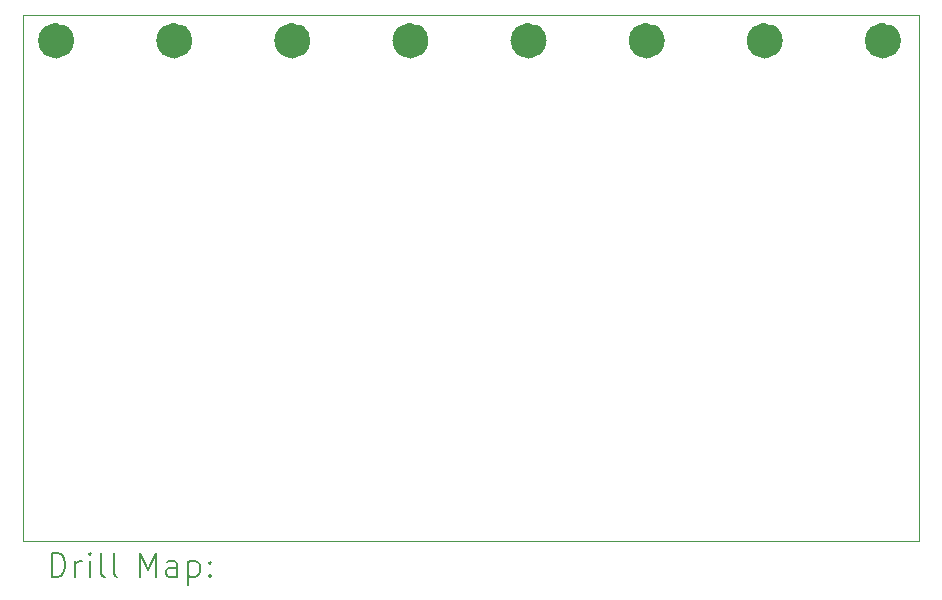
<source format=gbr>
%TF.GenerationSoftware,KiCad,Pcbnew,(6.99.0-2452-gdb4f2d9dd8)*%
%TF.CreationDate,2022-08-01T20:20:58-05:00*%
%TF.ProjectId,council of matts,636f756e-6369-46c2-906f-66206d617474,rev?*%
%TF.SameCoordinates,Original*%
%TF.FileFunction,Drillmap*%
%TF.FilePolarity,Positive*%
%FSLAX45Y45*%
G04 Gerber Fmt 4.5, Leading zero omitted, Abs format (unit mm)*
G04 Created by KiCad (PCBNEW (6.99.0-2452-gdb4f2d9dd8)) date 2022-08-01 20:20:58*
%MOMM*%
%LPD*%
G01*
G04 APERTURE LIST*
%ADD10C,1.536607*%
%ADD11C,0.100000*%
%ADD12C,0.200000*%
G04 APERTURE END LIST*
D10*
X13876830Y-6100000D02*
G75*
G03*
X13876830Y-6100000I-76830J0D01*
G01*
X9876830Y-6100000D02*
G75*
G03*
X9876830Y-6100000I-76830J0D01*
G01*
D11*
X6520000Y-5880000D02*
X14110000Y-5880000D01*
X14110000Y-5880000D02*
X14110000Y-10340000D01*
X14110000Y-10340000D02*
X6520000Y-10340000D01*
X6520000Y-10340000D02*
X6520000Y-5880000D01*
D10*
X11876830Y-6100000D02*
G75*
G03*
X11876830Y-6100000I-76830J0D01*
G01*
X7876830Y-6100000D02*
G75*
G03*
X7876830Y-6100000I-76830J0D01*
G01*
X6876830Y-6100000D02*
G75*
G03*
X6876830Y-6100000I-76830J0D01*
G01*
X10876830Y-6100000D02*
G75*
G03*
X10876830Y-6100000I-76830J0D01*
G01*
X12876830Y-6100000D02*
G75*
G03*
X12876830Y-6100000I-76830J0D01*
G01*
X8876830Y-6100000D02*
G75*
G03*
X8876830Y-6100000I-76830J0D01*
G01*
D12*
X6762619Y-10638476D02*
X6762619Y-10438476D01*
X6762619Y-10438476D02*
X6810238Y-10438476D01*
X6810238Y-10438476D02*
X6838809Y-10448000D01*
X6838809Y-10448000D02*
X6857857Y-10467048D01*
X6857857Y-10467048D02*
X6867381Y-10486095D01*
X6867381Y-10486095D02*
X6876905Y-10524190D01*
X6876905Y-10524190D02*
X6876905Y-10552762D01*
X6876905Y-10552762D02*
X6867381Y-10590857D01*
X6867381Y-10590857D02*
X6857857Y-10609905D01*
X6857857Y-10609905D02*
X6838809Y-10628952D01*
X6838809Y-10628952D02*
X6810238Y-10638476D01*
X6810238Y-10638476D02*
X6762619Y-10638476D01*
X6962619Y-10638476D02*
X6962619Y-10505143D01*
X6962619Y-10543238D02*
X6972143Y-10524190D01*
X6972143Y-10524190D02*
X6981667Y-10514667D01*
X6981667Y-10514667D02*
X7000714Y-10505143D01*
X7000714Y-10505143D02*
X7019762Y-10505143D01*
X7086428Y-10638476D02*
X7086428Y-10505143D01*
X7086428Y-10438476D02*
X7076905Y-10448000D01*
X7076905Y-10448000D02*
X7086428Y-10457524D01*
X7086428Y-10457524D02*
X7095952Y-10448000D01*
X7095952Y-10448000D02*
X7086428Y-10438476D01*
X7086428Y-10438476D02*
X7086428Y-10457524D01*
X7210238Y-10638476D02*
X7191190Y-10628952D01*
X7191190Y-10628952D02*
X7181667Y-10609905D01*
X7181667Y-10609905D02*
X7181667Y-10438476D01*
X7315000Y-10638476D02*
X7295952Y-10628952D01*
X7295952Y-10628952D02*
X7286428Y-10609905D01*
X7286428Y-10609905D02*
X7286428Y-10438476D01*
X7511190Y-10638476D02*
X7511190Y-10438476D01*
X7511190Y-10438476D02*
X7577857Y-10581333D01*
X7577857Y-10581333D02*
X7644524Y-10438476D01*
X7644524Y-10438476D02*
X7644524Y-10638476D01*
X7825476Y-10638476D02*
X7825476Y-10533714D01*
X7825476Y-10533714D02*
X7815952Y-10514667D01*
X7815952Y-10514667D02*
X7796905Y-10505143D01*
X7796905Y-10505143D02*
X7758809Y-10505143D01*
X7758809Y-10505143D02*
X7739762Y-10514667D01*
X7825476Y-10628952D02*
X7806428Y-10638476D01*
X7806428Y-10638476D02*
X7758809Y-10638476D01*
X7758809Y-10638476D02*
X7739762Y-10628952D01*
X7739762Y-10628952D02*
X7730238Y-10609905D01*
X7730238Y-10609905D02*
X7730238Y-10590857D01*
X7730238Y-10590857D02*
X7739762Y-10571810D01*
X7739762Y-10571810D02*
X7758809Y-10562286D01*
X7758809Y-10562286D02*
X7806428Y-10562286D01*
X7806428Y-10562286D02*
X7825476Y-10552762D01*
X7920714Y-10505143D02*
X7920714Y-10705143D01*
X7920714Y-10514667D02*
X7939762Y-10505143D01*
X7939762Y-10505143D02*
X7977857Y-10505143D01*
X7977857Y-10505143D02*
X7996905Y-10514667D01*
X7996905Y-10514667D02*
X8006428Y-10524190D01*
X8006428Y-10524190D02*
X8015952Y-10543238D01*
X8015952Y-10543238D02*
X8015952Y-10600381D01*
X8015952Y-10600381D02*
X8006428Y-10619429D01*
X8006428Y-10619429D02*
X7996905Y-10628952D01*
X7996905Y-10628952D02*
X7977857Y-10638476D01*
X7977857Y-10638476D02*
X7939762Y-10638476D01*
X7939762Y-10638476D02*
X7920714Y-10628952D01*
X8101667Y-10619429D02*
X8111190Y-10628952D01*
X8111190Y-10628952D02*
X8101667Y-10638476D01*
X8101667Y-10638476D02*
X8092143Y-10628952D01*
X8092143Y-10628952D02*
X8101667Y-10619429D01*
X8101667Y-10619429D02*
X8101667Y-10638476D01*
X8101667Y-10514667D02*
X8111190Y-10524190D01*
X8111190Y-10524190D02*
X8101667Y-10533714D01*
X8101667Y-10533714D02*
X8092143Y-10524190D01*
X8092143Y-10524190D02*
X8101667Y-10514667D01*
X8101667Y-10514667D02*
X8101667Y-10533714D01*
M02*

</source>
